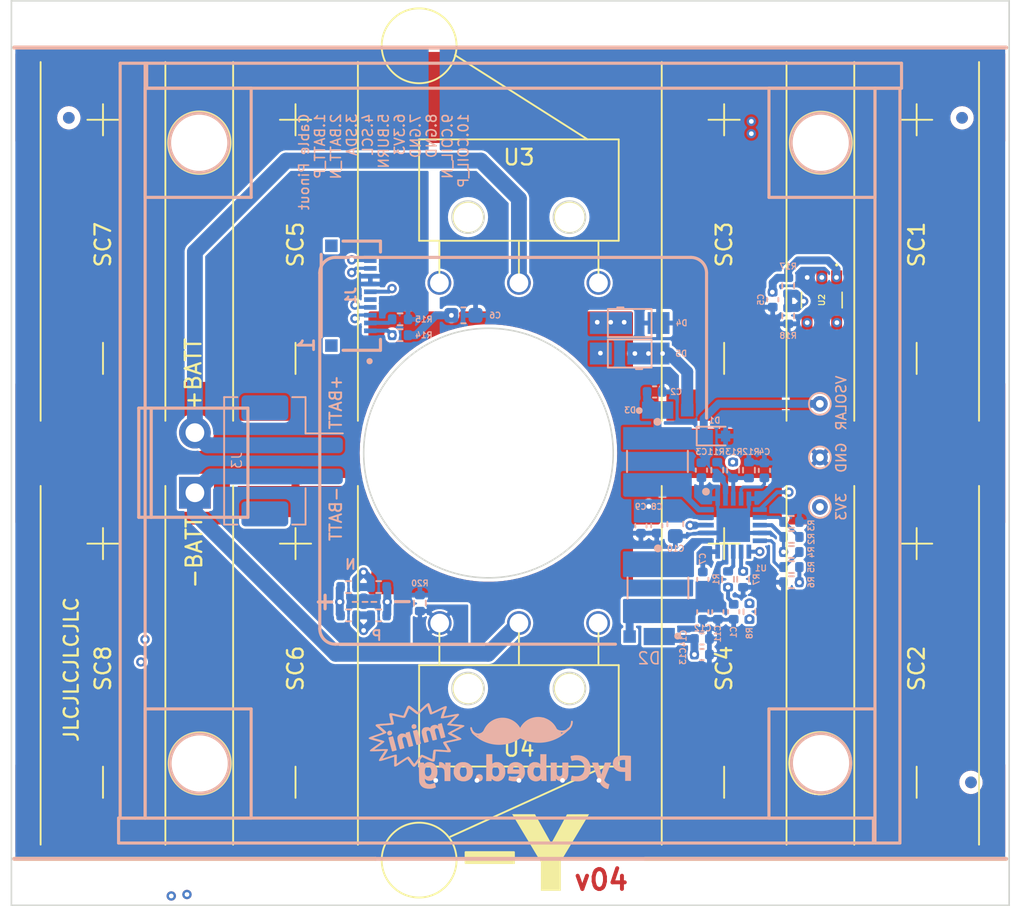
<source format=kicad_pcb>
(kicad_pcb (version 20211014) (generator pcbnew)
  (layers (0 "F.Cu" signal "Top") (1 "In1.Cu" signal) (2 "In2.Cu" signal) (3 "In3.Cu" signal) (4 "In4.Cu" signal) (31 "B.Cu" signal "Bottom") (34 "B.Paste" user) (35 "F.Paste" user) (36 "B.SilkS" user "B.Silkscreen") (37 "F.SilkS" user "F.Silkscreen") (38 "B.Mask" user) (39 "F.Mask" user) (44 "Edge.Cuts" user))
  (net 0 "")
  (net 1 "GND")
  (net 2 "VOUT_EN")
  (net 3 "VSOLAR")
  (net 4 "Net-(C4-Pad1)")
  (net 5 "+3V3")
  (net 6 "/VBAT")
  (net 7 "Net-(C10-Pad1)")
  (net 8 "SCL1")
  (net 9 "SDA1")
  (net 10 "COIL_N")
  (net 11 "BATT_N")
  (net 12 "BATT_P")
  (net 13 "Net-(L1-Pad2)")
  (net 14 "Net-(L2-Pad1)")
  (net 15 "VBAT_OK")
  (net 16 "Net-(R5-Pad1)")
  (net 17 "COIL_P")
  (net 18 "/coil")
  (net 19 "Net-(R2-Pad2)")
  (net 20 "Net-(R2-Pad1)")
  (net 21 "Net-(R4-Pad1)")
  (net 22 "Net-(R11-Pad1)")
  (net 23 "Net-(C11-Pad1)")
  (net 24 "/VSOLAR_FULL")
  (net 25 "Net-(R7-Pad2)")
  (net 26 "BURN1")
  (net 29 "Net-(D4-Pad1)")
  (net 30 "Net-(J2-Pad1)")
  (net 31 "Net-(J2-Pad2)")
  (net 32 "Net-(R17-Pad1)")
  (net 33 "Net-(R20-Pad1)")
  (footprint "solarpanels:KXOB25-05X3F" (layer "F.Cu") (at 130.92 40.3512 -90)
    (fp_text reference "SC1")
    (fp_text value "SolarCell_Small")
  )
  (footprint "solarpanels:KXOB25-05X3F" (layer "F.Cu") (at 130.92 67.5292 -90)
    (fp_text reference "SC2")
    (fp_text value "SolarCell_Small")
  )
  (footprint "solarpanels:KXOB25-05X3F" (layer "F.Cu") (at 91.0928 67.5292 -90)
    (fp_text reference "SC6")
    (fp_text value "SolarCell_Small")
  )
  (footprint "solarpanels:KXOB25-05X3F" (layer "F.Cu") (at 91.0928 40.3512 -90)
    (fp_text reference "SC5")
    (fp_text value "SolarCell_Small")
  )
  (footprint "solarpanels:KXOB25-05X3F" (layer "F.Cu") (at 118.5756 67.5292 -90)
    (fp_text reference "SC4")
    (fp_text value "SolarCell_Small")
  )
  (footprint "solarpanels:TSL2561" (layer "F.Cu") (at 124.841 54.61 -90)
    (fp_text reference "U2")
    (fp_text value "TSL2561" hide)
  )
  (footprint "Fiducial:Fiducial_0.75mm_Mask1.5mm" (layer "F.Cu") (at 76.5569 42.9252)
    (fp_text reference "REF**" hide)
    (fp_text value "Fiducial_0.75mm_Mask1.5mm")
  )
  (footprint "Fiducial:Fiducial_0.75mm_Mask1.5mm" (layer "F.Cu") (at 133.8309 42.9252)
    (fp_text reference "REF**" hide)
    (fp_text value "Fiducial_0.75mm_Mask1.5mm")
  )
  (footprint "Fiducial:Fiducial_0.75mm_Mask1.5mm" (layer "F.Cu") (at 134.4024 85.5362)
    (fp_text reference "REF**" hide)
    (fp_text value "Fiducial_0.75mm_Mask1.5mm")
  )
  (footprint "solarpanels:KXOB25-05X3F" (layer "F.Cu") (at 118.5756 40.3512 -90)
    (fp_text reference "SC3")
    (fp_text value "SolarCell_Small")
  )
  (footprint "solarpanels:D2F-L2" (layer "F.Cu") (at 105.418407 75.321211 180)
    (fp_text reference "U4")
    (fp_text value "SW_SPDT")
  )
  (footprint "MountingHole:MountingHole_2.2mm_M2_DIN965" (layer "F.Cu") (at 124.776408 84.321193)
    (fp_text reference "H3" hide)
    (fp_text value "MountingHole")
  )
  (footprint "solarpanels:KXOB25-05X3F" (layer "F.Cu") (at 78.7484 40.3512 -90)
    (fp_text reference "SC7")
    (fp_text value "SolarCell_Small")
  )
  (footprint "custom-footprints:ypanel" (layer "F.Cu") (at 124.498194 90.9607)
    (fp_text reference "Ref**" hide)
    (fp_text value "Val**" hide)
  )
  (footprint "solarpanels:D2F-L2-2" (layer "F.Cu") (at 105.4184 53.5084)
    (fp_text reference "U3")
    (fp_text value "SW_SPDT")
  )
  (footprint "solarpanels:KXOB25-05X3F" (layer "F.Cu") (at 78.7484 67.5292 -90)
    (fp_text reference "SC8")
    (fp_text value "SolarCell_Small")
  )
  (footprint "MountingHole:MountingHole_2.2mm_M2_DIN965" (layer "F.Cu") (at 84.949208 44.521196)
    (fp_text reference "H1" hide)
    (fp_text value "MountingHole")
  )
  (footprint "MountingHole:MountingHole_2.2mm_M2_DIN965" (layer "F.Cu") (at 84.951392 84.321193)
    (fp_text reference "H2" hide)
    (fp_text value "MountingHole")
  )
  (footprint "MountingHole:MountingHole_2.2mm_M2_DIN965" (layer "F.Cu") (at 124.771404 44.523685)
    (fp_text reference "H4" hide)
    (fp_text value "MountingHole")
  )
  (footprint "Resistor_SMD:R_0402_1005Metric" (layer "B.Cu") (at 94.49435 74.8284 180)
    (fp_text reference "R9" hide)
    (fp_text value "0")
  )
  (footprint "Resistor_SMD:R_0402_1005Metric" (layer "B.Cu") (at 96.42475 74.8284 180)
    (fp_text reference "R10" hide)
    (fp_text value "0")
  )
  (footprint "Resistor_SMD:R_0402_1005Metric" (layer "B.Cu") (at 94.49435 73.0123 180)
    (fp_text reference "R16" hide)
    (fp_text value "0")
  )
  (footprint "Resistor_SMD:R_0402_1005Metric" (layer "B.Cu") (at 96.42475 73.0123 180)
    (fp_text reference "R19" hide)
    (fp_text value "0")
  )
  (footprint "Resistor_SMD:R_0402_1005Metric" (layer "B.Cu") (at 122.682 55.626 90)
    (fp_text reference "R18")
    (fp_text value "0")
  )
  (footprint "Resistor_SMD:R_0402_1005Metric" (layer "B.Cu") (at 122.682 53.6956 90)
    (fp_text reference "R17")
    (fp_text value "0")
  )
  (footprint "Capacitor_SMD:C_0402_1005Metric" (layer "B.Cu") (at 121.6914 54.5846 90)
    (fp_text reference "C5")
    (fp_text value "0.1uF")
  )
  (footprint "Resistor_SMD:R_0402_1005Metric" (layer "B.Cu") (at 99.0684 74.041 90)
    (fp_text reference "R20")
    (fp_text value "0")
  )
  (footprint "solarpanels:SB Diode" (layer "B.Cu") (at 112.522 56.0832)
    (fp_text reference "D4")
    (fp_text value "SBDiode")
  )
  (footprint "solarpanels:SB Diode" (layer "B.Cu") (at 112.522 58.039 180)
    (fp_text reference "D5")
    (fp_text value "SBDiode")
  )
  (footprint "solarpanels:SCREWTERMINAL-3.5MM-2_LOCK" (layer "B.Cu") (at 84.641207 66.790062 90)
    (fp_text reference "J2" hide)
    (fp_text value "BATTERY CONNECTOR")
  )
  (footprint "Fiducial:Fiducial_0.75mm_Mask1.5mm" (layer "B.Cu") (at 134.4024 85.5362)
    (fp_text reference "REF**" hide)
    (fp_text value "Fiducial_0.75mm_Mask1.5mm")
  )
  (footprint "Fiducial:Fiducial_0.75mm_Mask1.5mm" (layer "B.Cu") (at 133.8309 42.9252)
    (fp_text reference "REF**" hide)
    (fp_text value "Fiducial_0.75mm_Mask1.5mm")
  )
  (footprint "Fiducial:Fiducial_0.75mm_Mask1.5mm" (layer "B.Cu") (at 76.5569 42.9252)
    (fp_text reference "REF**" hide)
    (fp_text value "Fiducial_0.75mm_Mask1.5mm")
  )
  (footprint "Resistor_SMD:R_0402_1005Metric" (layer "B.Cu") (at 119.1507 65.5167 -90)
    (fp_text reference "R13")
    (fp_text value "0")
  )
  (footprint "Capacitor_SMD:C_0402_1005Metric" (layer "B.Cu") (at 113.2396 69.08034 -90)
    (fp_text reference "C9")
    (fp_text value "0.1uF")
  )
  (footprint "Resistor_SMD:R_0402_1005Metric" (layer "B.Cu") (at 122.8884 70.766 180)
    (fp_text reference "R4")
    (fp_text value "374K")
  )
  (footprint "Capacitor_SMD:C_0402_1005Metric" (layer "B.Cu") (at 114.2556 69.0727 -90)
    (fp_text reference "C8")
    (fp_text value "4.7uF")
  )
  (footprint "TestPoint:TestPoint_THTPad_D1.0mm_Drill0.5mm" (layer "B.Cu") (at 124.714 61.2648 90)
    (fp_text reference "TP3" hide)
    (fp_text value "TP")
  )
  (footprint "Resistor_SMD:R_0402_1005Metric" (layer "B.Cu") (at 118.8276 72.516 -90)
    (fp_text reference "R1")
    (fp_text value "0")
  )
  (footprint "Resistor_SMD:R_0402_1005Metric" (layer "B.Cu") (at 119.7928 72.516 90)
    (fp_text reference "R7")
    (fp_text value "4.75M")
  )
  (footprint "Resistor_SMD:R_0402_1005Metric" (layer "B.Cu") (at 122.888172 72.70266)
    (fp_text reference "R6")
    (fp_text value "4.53M")
  )
  (footprint "Capacitor_SMD:C_0402_1005Metric" (layer "B.Cu") (at 121.158 65.532 90)
    (fp_text reference "C4")
    (fp_text value "10nF")
  )
  (footprint "TestPoint:TestPoint_THTPad_D1.0mm_Drill0.5mm" (layer "B.Cu") (at 124.716972 64.70166 180)
    (fp_text reference "TP2" hide)
    (fp_text value "TP")
  )
  (footprint "solarpanels:MICROSMP" (layer "B.Cu") (at 113.7659 76.1847 180)
    (fp_text reference "D2")
    (fp_text value "MSS1P4-M3_89A" hide)
  )
  (footprint "Resistor_SMD:R_0402_1005Metric" (layer "B.Cu") (at 118.1347 65.5167 -90)
    (fp_text reference "R11")
    (fp_text value "0")
  )
  (footprint "Capacitor_SMD:C_0402_1005Metric" (layer "B.Cu") (at 117.1187 65.5167 -90)
    (fp_text reference "C3")
    (fp_text value "4.7uF")
  )
  (footprint "Capacitor_SMD:C_0603_1608Metric" (layer "B.Cu") (at 115.4468 68.9714 -90)
    (fp_text reference "C10")
    (fp_text value "100uF")
  )
  (footprint "Resistor_SMD:R_0402_1005Metric" (layer "B.Cu") (at 122.8936 69.8008 180)
    (fp_text reference "R2")
    (fp_text value "7.32M")
  )
  (footprint "Capacitor_SMD:C_0402_1005Metric" (layer "B.Cu") (at 117.2076 72.5271 90)
    (fp_text reference "C7")
    (fp_text value "22uF")
  )
  (footprint "solarpanels:QFN50P350X350X100-21N-D" (layer "B.Cu") (at 119.161644 69.04506 -90)
    (fp_text reference "U1")
    (fp_text value "Value" hide)
  )
  (footprint "Resistor_SMD:R_0402_1005Metric" (layer "B.Cu") (at 120.1667 65.5167 -90)
    (fp_text reference "R12")
    (fp_text value "0")
  )
  (footprint "Capacitor_SMD:C_0402_1005Metric" (layer "B.Cu") (at 119.1888 74.5988 -90)
    (fp_text reference "C1")
    (fp_text value "1.0uF")
  )
  (footprint "Diode_SMD:D_SOD-523" (layer "B.Cu") (at 117.9696 63.3323)
    (fp_text reference "D1")
    (fp_text value "SDM20U40-7")
  )
  (footprint "Resistor_SMD:R_0402_1005Metric" (layer "B.Cu") (at 122.8884 68.8356 180)
    (fp_text reference "R3")
    (fp_text value "5.62M")
  )
  (footprint "solarpanels:LPS4018" (layer "B.Cu") (at 114.2993 64.9579 -90)
    (fp_text reference "L1" hide)
    (fp_text value "22uH-LPS4018-223MR" hide)
  )
  (footprint "Connector_JST:JST_PH_B2B-PH-SM4-TB_1x02-1MP_P2.00mm_Vertical" (layer "B.Cu") (at 90.876399 64.921206 -90)
    (fp_text reference "J3")
    (fp_text value "B2B-PH-SM4-TB_LF__SN_")
  )
  (footprint "solarpanels:LPS4018" (layer "B.Cu") (at 114.33232 73.0744 -90)
    (fp_text reference "L2" hide)
    (fp_text value "10uH-LPS4018-103MR" hide)
  )
  (footprint "TestPoint:TestPoint_THTPad_D1.0mm_Drill0.5mm" (layer "B.Cu") (at 124.716972 67.87666 180)
    (fp_text reference "TP1" hide)
    (fp_text value "TP")
  )
  (footprint "Capacitor_SMD:C_0402_1005Metric" (layer "B.Cu") (at 114.1172 60.5028)
    (fp_text reference "C2")
    (fp_text value "0.1uF")
  )
  (footprint "Resistor_SMD:R_0402_1005Metric" (layer "B.Cu") (at 122.8884 71.7312 180)
    (fp_text reference "R5")
    (fp_text value "8.25M")
  )
  (footprint "Resistor_SMD:R_0402_1005Metric" (layer "B.Cu") (at 120.1992 74.5988 -90)
    (fp_text reference "R8")
    (fp_text value "8.25M")
  )
  (footprint "Capacitor_SMD:C_0402_1005Metric" (layer "B.Cu") (at 117.1512 77.342)
    (fp_text reference "C13")
    (fp_text value "0.1uF")
  )
  (footprint "Capacitor_SMD:C_0402_1005Metric" (layer "B.Cu") (at 118.1728 74.5988 -90)
    (fp_text reference "C11")
    (fp_text value "0.1uF")
  )
  (footprint "custom-footprints:pycubed_mini_logo" (layer "B.Cu") (at 97.398809 82.693748 180)
    (fp_text reference "Ref**" hide)
    (fp_text value "Val**" hide)
  )
  (footprint "Resistor_SMD:R_0402_1005Metric" (layer "B.Cu") (at 97.7984 55.8452)
    (fp_text reference "R15")
    (fp_text value "0")
  )
  (footprint "Resistor_SMD:R_0402_1005Metric" (layer "B.Cu") (at 97.7984 56.8612)
    (fp_text reference "R14")
    (fp_text value "0")
  )
  (footprint "solarpanels:GCT_FFC2B28-10-G" (layer "B.Cu") (at 94.6404 54.3306 90)
    (fp_text reference "J1")
    (fp_text value "FFC2B28-10-G")
  )
  (footprint "Capacitor_SMD:C_0402_1005Metric" (layer "B.Cu") (at 117.2076 74.5988 -90)
    (fp_text reference "C12")
    (fp_text value "100uF")
  )
  (footprint "Capacitor_SMD:C_0402_1005Metric" (layer "B.Cu") (at 117.1512 76.3371)
    (fp_text reference "C14")
    (fp_text value "100uF")
  )
  (footprint "solarpanels:MICROSMP" (layer "B.Cu") (at 114.9604 61.6712)
    (fp_text reference "D3")
    (fp_text value "MSS1P4-M3_89A" hide)
  )
  (footprint "Capacitor_SMD:C_0603_1608Metric" (layer "B.Cu") (at 101.8624 55.5912)
    (fp_text reference "C6")
    (fp_text value "100uF")
  )
  (gr_arc (start 103.207259 82.237862) (mid 104.345014 81.451818) (end 105.5116 82.1944) (layer "B.SilkS") (width 0.12))
  (gr_line (start 95.3897 73.9648) (end 95.7072 73.9648) (layer "B.SilkS") (width 0.12))
  (gr_line (start 95.0722 73.9648) (end 94.7547 73.9648) (layer "B.SilkS") (width 0.12))
  (gr_line (start 96.2787 73.9648) (end 95.9612 73.9648) (layer "B.SilkS") (width 0.12))
  (gr_line (start 73.0588 38.4208) (end 136.6604 38.4208) (layer "B.SilkS") (width 0.254))
  (gr_line (start 73.0588 90.44) (end 96.2236 90.44) (layer "B.SilkS") (width 0.254))
  (gr_line (start 121.4502 41.0262) (end 121.4502 48.0262) (layer "B.SilkS") (width 0.2))
  (gr_line (start 81.4502 87.8262) (end 81.4502 39.4262) (layer "B.SilkS") (width 0.2))
  (gr_line (start 128.2502 41.0262) (end 121.4502 41.0262) (layer "B.SilkS") (width 0.2))
  (gr_line (start 81.448 87.8262) (end 88.248 87.8262) (layer "B.SilkS") (width 0.2))
  (gr_line (start 81.4502 39.4262) (end 79.8502 39.4262) (layer "B.SilkS") (width 0.2))
  (gr_line (start 128.148 87.8262) (end 79.748 87.8262) (layer "B.SilkS") (width 0.2))
  (gr_line (start 88.248 80.8262) (end 81.448 80.8262) (layer "B.SilkS") (width 0.2))
  (gr_line (start 88.2502 41.0262) (end 81.4502 41.0262) (layer "B.SilkS") (width 0.2))
  (gr_circle (center 84.948 84.3262) (end 86.848 84.3262) (layer "B.SilkS") (width 0.2) (fill none))
  (gr_circle (center 84.9172 44.5262) (end 86.8172 44.5262) (layer "B.SilkS") (width 0.2) (fill none))
  (gr_line (start 129.848 89.4262) (end 129.848 41.0262) (layer "B.SilkS") (width 0.2))
  (gr_line (start 96.2236 90.44) (end 136.6604 90.44) (layer "B.SilkS") (width 0.254))
  (gr_line (start 121.448 87.8262) (end 128.248 87.8262) (layer "B.SilkS") (width 0.2))
  (gr_line (start 79.748 89.4262) (end 128.148 89.4262) (layer "B.SilkS") (width 0.2))
  (gr_line (start 88.2502 48.0262) (end 88.2502 41.0262) (layer "B.SilkS") (width 0.2))
  (gr_line (start 111.6076 76.6762) (end 93.648 76.6762) (layer "B.SilkS") (width 0.2))
  (gr_arc (start 92.648 52.8762) (mid 92.940893 52.169093) (end 93.648 51.8762) (layer "B.SilkS") (width 0.2))
  (gr_line (start 81.5502 41.0262) (end 129.9502 41.0262) (layer "B.SilkS") (width 0.2))
  (gr_line (start 117.448 52.8762) (end 117.4496 62.1792) (layer "B.SilkS") (width 0.2))
  (gr_line (start 129.9502 39.4262) (end 81.5502 39.4262) (layer "B.SilkS") (width 0.2))
  (gr_arc (start 108.59693 82.092756) (mid 107.172778 82.894188) (end 105.554201 82.668999) (layer "B.SilkS") (width 0.12))
  (gr_line (start 121.4502 48.0262) (end 128.2502 48.0262) (layer "B.SilkS") (width 0.2))
  (gr_circle (center 124.7902 84.3026) (end 126.6902 84.3026) (layer "B.SilkS") (width 0.2) (fill none))
  (gr_line (start 93.648 51.8762) (end 116.448 51.8762) (layer "B.SilkS") (width 0.2))
  (gr_line (start 128.248 41.0262) (end 128.248 89.4262) (layer "B.SilkS") (width 0.2))
  (gr_line (start 81.4502 48.0262) (end 88.2502 48.0262) (layer "B.SilkS") (width 0.2))
  (gr_arc (start 105.493259 82.187461) (mid 106.631014 81.401417) (end 107.7976 82.143999) (layer "B.SilkS") (width 0.12))
  (gr_line (start 81.448 80.8262) (end 81.448 87.8262) (layer "B.SilkS") (width 0.2))
  (gr_line (start 128.148 89.4262) (end 128.148 87.8262) (layer "B.SilkS") (width 0.2))
  (gr_line (start 129.848 41.0262) (end 128.248 41.0262) (layer "B.SilkS") (width 0.2))
  (gr_line (start 79.8502 87.8262) (end 81.4502 87.8262) (layer "B.SilkS") (width 0.2))
  (gr_line (start 79.748 87.8262) (end 79.748 89.4262) (layer "B.SilkS") (width 0.2))
  (gr_line (start 88.248 87.8262) (end 88.248 80.8262) (layer "B.SilkS") (width 0.2))
  (gr_arc (start 108.814201 81.643999) (mid 108.463182 82.21196) (end 107.798201 82.151999) (layer "B.SilkS") (width 0.12))
  (gr_circle (center 124.7698 44.5262) (end 126.6698 44.5262) (layer "B.SilkS") (width 0.2) (fill none))
  (gr_line (start 121.448 80.8262) (end 121.448 87.8262) (layer "B.SilkS") (width 0.2))
  (gr_arc (start 103.200201 82.245199) (mid 102.707941 82.449914) (end 102.352913 82.052191) (layer "B.SilkS") (width 0.12))
  (gr_line (start 81.5502 39.4262) (end 81.5502 41.0262) (layer "B.SilkS") (width 0.2))
  (gr_line (start 92.648 75.6762) (end 92.648 52.8762) (layer "B.SilkS") (width 0.2))
  (gr_arc (start 93.648 76.6762) (mid 92.940893 76.383307) (end 92.648 75.6762) (layer "B.SilkS") (width 0.2))
  (gr_line (start 81.4502 41.0262) (end 81.4502 48.0262) (layer "B.SilkS") (width 0.2))
  (gr_line (start 79.8502 39.4262) (end 79.8502 87.8262) (layer "B.SilkS") (width 0.2))
  (gr_line (start 128.248 89.4262) (end 129.848 89.4262) (layer "B.SilkS") (width 0.2))
  (gr_line (start 128.248 80.8262) (end 121.448 80.8262) (layer "B.SilkS") (width 0.2))
  (gr_arc (start 105.486201 82.651599) (mid 103.902816 83.056493) (end 102.442455 82.322741) (layer "B.SilkS") (width 0.12))
  (gr_arc (start 116.448 51.8762) (mid 117.155107 52.169093) (end 117.448 52.8762) (layer "B.SilkS") (width 0.2))
  (gr_line (start 129.9502 41.0262) (end 129.9502 39.4262) (layer "B.SilkS") (width 0.2))
  (gr_line (start 128.248 87.8262) (end 128.248 80.8262) (layer "B.SilkS") (width 0.2))
  (gr_line (start 128.2502 48.0262) (end 128.2502 41.0262) (layer "B.SilkS") (width 0.2))
  (gr_line (start 73.0588 38.4208) (end 136.6604 38.4208) (layer "F.SilkS") (width 0.254))
  (gr_circle (center 124.7394 84.3026) (end 126.7394 84.3026) (layer "F.SilkS") (width 0.1) (fill none))
  (gr_circle (center 124.7764 44.5212) (end 126.7764 44.5212) (layer "F.SilkS") (width 0.1) (fill none))
  (gr_circle (center 84.9264 44.5212) (end 86.9264 44.5212) (layer "F.SilkS") (width 0.12) (fill none))
  (gr_line (start 113.4956 90.44) (end 136.6604 90.44) (layer "F.SilkS") (width 0.254))
  (gr_line (start 73.0588 90.44) (end 96.2236 90.44) (layer "F.SilkS") (width 0.254))
  (gr_circle (center 84.9514 84.3212) (end 86.9514 84.3212) (layer "F.SilkS") (width 0.1) (fill none))
  (gr_circle (center 108.656036 79.518) (end 107.626472 79.518) (layer "Edge.Cuts") (width 0.1) (fill none))
  (gr_line (start 72.8764 93.4212) (end 136.8514 93.4212) (layer "Edge.Cuts") (width 0.1))
  (gr_line (start 72.8764 35.4212) (end 72.8764 93.4212) (layer "Edge.Cuts") (width 0.1))
  (gr_circle (center 108.656036 49.292) (end 107.626472 49.292) (layer "Edge.Cuts") (width 0.1) (fill none))
  (gr_circle (center 103.4634 64.421201) (end 95.4634 64.421201) (layer "Edge.Cuts") (width 0.1) (fill none))
  (gr_line (start 136.8514 35.4212) (end 136.8514 93.4212) (layer "Edge.Cuts") (width 0.1))
  (gr_circle (center 102.153636 49.292) (end 101.124072 49.292) (layer "Edge.Cuts") (width 0.1) (fill none))
  (gr_line (start 136.8514 35.4212) (end 72.8764 35.4212) (layer "Edge.Cuts") (width 0.1))
  (gr_circle (center 102.153636 79.518) (end 101.124072 79.518) (layer "Edge.Cuts") (width 0.1) (fill none))
  (gr_text "v04" (at 110.6932 91.7956) (layer "F.Cu") (effects (font (size 1.27 1.27) (thickness 0.254))))
  (gr_text "+BATT" (at 93.6752 61.1632 90) (layer "B.SilkS") (effects (font (size 0.75 0.75) (thickness 0.125)) (justify mirror)))
  (gr_text "+" (at 92.9894 73.8886) (layer "B.SilkS") (effects (font (size 1.143 1.143) (thickness 0.2032)) (justify mirror)))
  (gr_text "N" (at 94.615 71.501 180) (layer "B.SilkS") (effects (font (size 0.635 0.635) (thickness 0.127)) (justify mirror)))
  (gr_text "P" (at 96.2914 76.1238) (layer "B.SilkS") (effects (font (size 0.635 0.635) (thickness 0.127)) (justify mirror)))
  (gr_text "-" (at 97.9424 73.8632) (layer "B.SilkS") (effects (font (size 1.143 1.143) (thickness 0.2032)) (justify mirror)))
  (gr_text "3V3" (at 126.0856 67.8688 90) (layer "B.SilkS") (effects (font (size 0.635 0.635) (thickness 0.1016)) (justify mirror)))
  (gr_text "GND" (at 126.0856 64.7192 90) (layer "B.SilkS") (effects (font (size 0.635 0.635) (thickness 0.1016)) (justify mirror)))
  (gr_text "VSOLAR" (at 126.0856 61.214 90) (layer "B.SilkS") (effects (font (size 0.635 0.635) (thickness 0.1016)) (justify mirror)))
  (gr_text "1" (at 91.7956 57.5056 90) (layer "B.SilkS") (effects (font (size 1 1) (thickness 0.1778)) (justify mirror)))
  (gr_text "-BATT\n" (at 93.6752 68.326 90) (layer "B.SilkS") (effects (font (size 0.75 0.75) (thickness 0.125)) (justify mirror)))
  (gr_text "Cable Pinout\n1.BATT_P\n2.BATT_N\n3.SDA\n4.SCL\n5.BURN\n6.3V3\n7.GND\n8.GND\n9.COIL_N\n10.COIL_P" (at 96.7486 42.5958 90) (layer "B.SilkS") (effects (font (size 0.635 0.635) (thickness 0.1016)) (justify left mirror)))
  (gr_text "+BATT" (at 84.5396 59.3504 90) (layer "F.SilkS") (effects (font (size 1 1))))
  (gr_text "-BATT\n" (at 84.5904 70.7804 90) (layer "F.SilkS") (effects (font (size 1 1))))
  (gr_text "JLCJLCJLCJLC" (at 76.7164 78.2988 90) (layer "F.SilkS") (effects (font (size 0.9 0.9))))
  (via (at 100.0844 85.4108) (size 0.6) (drill 0.3) (layers "F.Cu" "B.Cu") (net 1))
  (via (at 108.2124 85.4108) (size 0.6) (drill 0.3) (layers "F.Cu" "B.Cu") (net 1))
  (via (at 123.9012 53.1622) (size 0.6) (drill 0.3) (layers "F.Cu" "B.Cu") (net 1))
  (via (at 102.726 85.4108) (size 0.6) (drill 0.3) (layers "F.Cu" "B.Cu") (net 1))
  (via (at 110.5492 85.4108) (size 0.6) (drill 0.3) (layers "F.Cu" "B.Cu") (net 1))
  (via (at 105.4184 85.4108) (size 0.6) (drill 0.3) (layers "F.Cu" "B.Cu") (net 1))
  (segment (start 117.461644 69.54506) (end 118.31496 69.54506) (width 0.29972) (layer "B.Cu") (net 1))
  (segment (start 120.158133 67.348571) (end 120.158133 68.048571) (width 0.2032) (layer "B.Cu") (net 1))
  (segment (start 120.158133 68.048571) (end 119.161644 69.04506) (width 0.2032) (layer "B.Cu") (net 1))
  (segment (start 118.165155 68.048571) (end 119.161644 69.04506) (width 0.2032) (layer "B.Cu") (net 1))
  (segment (start 118.165155 70.041549) (end 119.161644 69.04506) (width 0.2032) (layer "B.Cu") (net 1))
  (segment (start 118.165155 70.741549) (end 118.165155 70.041549) (width 0.2032) (layer "B.Cu") (net 1))
  (segment (start 118.165155 67.348571) (end 118.165155 68.048571) (width 0.2032) (layer "B.Cu") (net 1))
  (segment (start 120.861644 69.54506) (end 119.661644 69.54506) (width 0.254) (layer "B.Cu") (net 1))
  (via (at 122.727502 66.929) (size 0.6) (drill 0.3) (layers "F.Cu" "B.Cu") (net 2))
  (via (at 118.8276 73.026) (size 0.6) (drill 0.3) (layers "F.Cu" "B.Cu") (net 2))
  (segment (start 121.977704 66.929) (end 120.861644 68.04506) (width 0.254) (layer "B.Cu") (net 2))
  (segment (start 118.8276 73.026) (end 118.8276 73.7179) (width 0.254) (layer "B.Cu") (net 2))
  (segment (start 122.727502 66.929) (end 121.977704 66.929) (width 0.254) (layer "B.Cu") (net 2))
  (segment (start 118.8276 73.7179) (end 119.1888 74.0791) (width 0.254) (layer "B.Cu") (net 2))
  (segment (start 117.2696 62.2068) (end 118.2116 61.2648) (width 0.508) (layer "B.Cu") (net 3))
  (segment (start 113.6372 60.998) (end 113.6372 60.5028) (width 0.508) (layer "B.Cu") (net 3))
  (segment (start 114.3104 61.6712) (end 113.6372 60.998) (width 0.508) (layer "B.Cu") (net 3))
  (segment (start 114.2993 63.47835) (end 114.2993 61.6823) (width 0.508) (layer "B.Cu") (net 3))
  (segment (start 118.2116 61.2648) (end 124.714 61.2648) (width 0.508) (layer "B.Cu") (net 3))
  (segment (start 117.2696 63.3323) (end 117.2696 62.2068) (width 0.508) (layer "B.Cu") (net 3))
  (segment (start 120.9802 66.5988) (end 121.158 66.421) (width 0.2032) (layer "B.Cu") (net 4))
  (segment (start 119.661644 66.738038) (end 119.800882 66.5988) (width 0.2032) (layer "B.Cu") (net 4))
  (segment (start 119.661644 67.34506) (end 119.661644 66.738038) (width 0.2032) (layer "B.Cu") (net 4))
  (segment (start 119.800882 66.5988) (end 120.9802 66.5988) (width 0.2032) (layer "B.Cu") (net 4))
  (segment (start 121.158 66.421) (end 121.158 66.012) (width 0.2032) (layer "B.Cu") (net 4))
  (via (at 116.6712 77.342) (size 0.6) (drill 0.3) (layers "F.Cu" "B.Cu") (net 5))
  (via (at 121.666 54.102) (size 0.6) (drill 0.3) (layers "F.Cu" "B.Cu") (net 5))
  (via (at 125.7808 53.1622) (size 0.6) (drill 0.3) (layers "F.Cu" "B.Cu") (net 5))
  (via (at 97.282 53.8734) (size 0.6) (drill 0.3) (layers "F.Cu" "B.Cu") (net 5))
  (segment (start 97.0825 54.0729) (end 97.282 53.8734) (width 0.254) (layer "B.Cu") (net 5))
  (segment (start 122.682 53.1856) (end 122.682 52.705) (width 0.508) (layer "B.Cu") (net 5))
  (segment (start 116.6712 77.342) (end 116.6712 76.3371) (width 0.508) (layer "B.Cu") (net 5))
  (segment (start 121.6914 53.4924) (end 121.9982 53.1856) (width 0.508) (layer "B.Cu") (net 5))
  (segment (start 95.8904 54.0729) (end 97.0825 54.0729) (width 0.254) (layer "B.Cu") (net 5))
  (segment (start 125.222 52.07) (end 125.7808 52.6288) (width 0.508) (layer "B.Cu") (net 5))
  (segment (start 121.9982 53.1856) (end 122.682 53.1856) (width 0.508) (layer "B.Cu") (net 5))
  (segment (start 122.682 52.705) (end 123.317 52.07) (width 0.508) (layer "B.Cu") (net 5))
  (segment (start 121.6914 54.1046) (end 121.6914 53.4924) (width 0.508) (layer "B.Cu") (net 5))
  (segment (start 123.317 52.07) (end 125.222 52.07) (width 0.508) (layer "B.Cu") (net 5))
  (segment (start 125.7808 52.6288) (end 125.7808 53.1622) (width 0.508) (layer "B.Cu") (net 5))
  (segment (start 116.6712 76.3371) (end 114.5683 76.3371) (width 0.508) (layer "B.Cu") (net 5))
  (via (at 116.3892 69.0616) (size 0.6) (drill 0.3) (layers "F.Cu" "B.Cu") (net 6))
  (via (at 101.0874 55.5912) (size 0.6) (drill 0.3) (layers "F.Cu" "B.Cu") (net 6))
  (segment (start 117.461644 69.04506) (end 116.7323 69.04506) (width 0.29972) (layer "B.Cu") (net 6))
  (segment (start 116.7323 69.04506) (end 116.7123 69.06506) (width 0.29972) (layer "B.Cu") (net 6))
  (segment (start 100.0844 55.5912) (end 101.0874 55.5912) (width 0.508) (layer "B.Cu") (net 6))
  (segment (start 98.8144 56.8612) (end 100.0844 55.5912) (width 0.508) (layer "B.Cu") (net 6))
  (segment (start 98.3084 56.8612) (end 98.8144 56.8612) (width 0.508) (layer "B.Cu") (net 6))
  (segment (start 116.3892 69.0616) (end 116.39266 69.06506) (width 0.508) (layer "B.Cu") (net 6))
  (segment (start 116.39266 69.06506) (end 116.7123 69.06506) (width 0.508) (layer "B.Cu") (net 6))
  (via (at 113.7412 67.8434) (size 0.6) (drill 0.3) (layers "F.Cu" "B.Cu") (net 7))
  (via (at 119.1324 64.9976) (size 0.6) (drill 0.3) (layers "F.Cu" "B.Cu") (net 7))
  (via (at 123.9012 56.0578) (size 0.6) (drill 0.3) (layers "F.Cu" "B.Cu") (net 8))
  (via (at 94.9028 54.9308) (size 0.6) (drill 0.3) (layers "F.Cu" "B.Cu") (net 8))
  (segment (start 95.8904 55.0729) (end 95.0449 55.0729) (width 0.2032) (layer "B.Cu") (net 8))
  (segment (start 95.0449 55.0729) (end 94.9028 54.9308) (width 0.2032) (layer "B.Cu") (net 8))
  (via (at 125.8062 56.0578) (size 0.6) (drill 0.3) (layers "F.Cu" "B.Cu") (net 9))
  (via (at 94.9028 55.7944) (size 0.6) (drill 0.3) (layers "F.Cu" "B.Cu") (net 9))
  (segment (start 95.8904 55.5729) (end 95.1243 55.5729) (width 0.2032) (layer "B.Cu") (net 9))
  (segment (start 95.1243 55.5729) (end 94.9028 55.7944) (width 0.2032) (layer "B.Cu") (net 9))
  (via (at 94.6996 52.848) (size 0.6) (drill 0.3) (layers "F.Cu" "B.Cu") (net 10))
  (via (at 95.4532 72.0598) (size 0.6) (drill 0.3) (layers "F.Cu" "B.Cu") (net 10))
  (segment (start 94.9747 52.5729) (end 94.6996 52.848) (width 0.2032) (layer "B.Cu") (net 10))
  (segment (start 95.91475 72.52135) (end 95.4532 72.0598) (width 0.508) (layer "B.Cu") (net 10))
  (segment (start 94.97935 73.0123) (end 95.93975 73.0123) (width 0.508) (layer "B.Cu") (net 10))
  (segment (start 95.8904 52.5729) (end 94.9747 52.5729) (width 0.2032) (layer "B.Cu") (net 10))
  (segment (start 94.97935 72.53365) (end 94.97935 73.0123) (width 0.508) (layer "B.Cu") (net 10))
  (segment (start 95.4532 72.0598) (end 94.97935 72.53365) (width 0.508) (layer "B.Cu") (net 10))
  (segment (start 95.91475 73.0123) (end 95.91475 72.52135) (width 0.508) (layer "B.Cu") (net 10))
  (segment (start 95.8904 56.0729) (end 97.0607 56.0729) (width 0.254) (layer "B.Cu") (net 11))
  (segment (start 97.0607 56.0729) (end 97.2884 55.8452) (width 0.254) (layer "B.Cu") (net 11))
  (via (at 97.2884 56.8612) (size 0.6) (drill 0.3) (layers "F.Cu" "B.Cu") (net 12))
  (segment (start 95.8904 56.5729) (end 97.0001 56.5729) (width 0.254) (layer "B.Cu") (net 12))
  (segment (start 97.0001 56.5729) (end 97.2884 56.8612) (width 0.254) (layer "B.Cu") (net 12))
  (segment (start 119.161644 70.74506) (end 119.161644 71.671956) (width 0.254) (layer "B.Cu") (net 15))
  (segment (start 119.161644 71.671956) (end 118.8276 72.006) (width 0.254) (layer "B.Cu") (net 15))
  (via (at 123.3996 72.7192) (size 0.6) (drill 0.3) (layers "F.Cu" "B.Cu") (net 16))
  (via (at 120.8596 70.738) (size 0.6) (drill 0.3) (layers "F.Cu" "B.Cu") (net 16))
  (segment (start 120.8596 70.738) (end 120.85254 70.74506) (width 0.254) (layer "B.Cu") (net 16))
  (segment (start 123.3996 72.7192) (end 123.3996 71.7324) (width 0.254) (layer "B.Cu") (net 16))
  (segment (start 120.85254 70.74506) (end 120.161644 70.74506) (width 0.254) (layer "B.Cu") (net 16))
  (segment (start 123.3984 71.7312) (end 123.3984 72.7184) (width 0.2032) (layer "B.Cu") (net 16))
  (via (at 95.45955 75.7936) (size 0.6) (drill 0.3) (layers "F.Cu" "B.Cu") (net 17))
  (via (at 94.6996 52.0352) (size 0.6) (drill 0.3) (layers "F.Cu" "B.Cu") (net 17))
  (segment (start 95.8904 52.0729) (end 94.7373 52.0729) (width 0.2032) (layer "B.Cu") (net 17))
  (segment (start 95.93975 74.8284) (end 95.93975 75.3134) (width 0.508) (layer "B.Cu") (net 17))
  (segment (start 94.97935 74.8284) (end 94.97935 75.3134) (width 0.508) (layer "B.Cu") (net 17))
  (segment (start 94.7373 52.0729) (end 94.6996 52.0352) (width 0.2032) (layer "B.Cu") (net 17))
  (segment (start 95.93975 74.8284) (end 94.97935 74.8284) (width 0.508) (layer "B.Cu") (net 17))
  (segment (start 95.93975 75.3134) (end 95.45955 75.7936) (width 0.508) (layer "B.Cu") (net 17))
  (segment (start 94.97935 75.3134) (end 95.45955 75.7936) (width 0.508) (layer "B.Cu") (net 17))
  (via (at 83.1264 92.8212) (size 0.6) (drill 0.3) (layers "F.Cu" "B.Cu") (net 18))
  (via (at 84.1332 92.726) (size 0.6) (drill 0.3) (layers "F.Cu" "B.Cu") (net 18))
  (via (at 81.1764 77.8162) (size 0.6) (drill 0.3) (layers "F.Cu" "B.Cu") (net 18))
  (via (at 96.9772 73.9648) (size 0.6) (drill 0.3) (layers "F.Cu" "B.Cu") (net 18))
  (via (at 81.4408 76.3684) (size 0.6) (drill 0.3) (layers "F.Cu" "B.Cu") (net 18))
  (via (at 93.9292 73.9648) (size 0.6) (drill 0.3) (layers "F.Cu" "B.Cu") (net 18))
  (segment (start 93.9292 73.09245) (end 93.9292 74.74825) (width 0.508) (layer "B.Cu") (net 18))
  (segment (start 96.9772 74.76095) (end 96.9772 73.07975) (width 0.508) (layer "B.Cu") (net 18))
  (segment (start 93.9292 74.74825) (end 94.00935 74.8284) (width 0.508) (layer "B.Cu") (net 18))
  (segment (start 96.9772 73.07975) (end 96.90975 73.0123) (width 0.508) (layer "B.Cu") (net 18))
  (segment (start 94.00935 73.0123) (end 93.9292 73.09245) (width 0.508) (layer "B.Cu") (net 18))
  (segment (start 96.90975 74.8284) (end 96.9772 74.76095) (width 0.508) (layer "B.Cu") (net 18))
  (via (at 120.1992 75.056) (size 0.6) (drill 0.3) (layers "F.Cu" "B.Cu") (net 19))
  (via (at 122.3836 70.7608) (size 0.6) (drill 0.3) (layers "F.Cu" "B.Cu") (net 19))
  (segment (start 121.62786 69.04506) (end 122.3836 69.8008) (width 0.254) (layer "B.Cu") (net 19))
  (segment (start 120.861644 69.04506) (end 121.62786 69.04506) (width 0.254) (layer "B.Cu") (net 19))
  (segment (start 122.3836 69.8008) (end 122.3836 70.7608) (width 0.2032) (layer "B.Cu") (net 19))
  (segment (start 122.08786 68.54506) (end 122.3784 68.8356) (width 0.2032) (layer "B.Cu") (net 20))
  (segment (start 120.861644 68.54506) (end 122.08786 68.54506) (width 0.2032) (layer "B.Cu") (net 20))
  (segment (start 122.4384 68.8356) (end 123.4036 69.8008) (width 0.2032) (layer "B.Cu") (net 20))
  (segment (start 121.774 71.3984) (end 121.774 70.23) (width 0.2032) (layer "B.Cu") (net 21))
  (segment (start 121.774 70.23) (end 121.58906 70.04506) (width 0.2032) (layer "B.Cu") (net 21))
  (segment (start 121.58906 70.04506) (end 120.861644 70.04506) (width 0.2032) (layer "B.Cu") (net 21))
  (segment (start 122.3784 71.7312) (end 122.1068 71.7312) (width 0.2032) (layer "B.Cu") (net 21))
  (segment (start 122.1068 71.7312) (end 121.774 71.3984) (width 0.2032) (layer "B.Cu") (net 21))
  (segment (start 122.4332 71.7312) (end 123.3984 70.766) (width 0.2032) (layer "B.Cu") (net 21))
  (segment (start 119.1507 66.0267) (end 120.1667 66.0267) (width 0.254) (layer "B.Cu") (net 22))
  (segment (start 119.161644 67.34506) (end 119.161644 66.037644) (width 0.254) (layer "B.Cu") (net 22))
  (segment (start 119.1507 66.0227) (end 118.1347 65.0067) (width 0.254) (layer "B.Cu") (net 22))
  (segment (start 113.08125 74.55395) (end 112.5159 75.1193) (width 0.508) (layer "B.Cu") (net 23))
  (segment (start 112.5159 75.1193) (end 112.5159 76.1847) (width 0.508) (layer "B.Cu") (net 23))
  (via (at 113.722 58.039) (size 0.6) (drill 0.3) (layers "F.Cu" "B.Cu") (net 24))
  (via (at 120.3198 43.1546) (size 0.6) (drill 0.3) (layers "F.Cu" "B.Cu") (net 24))
  (via (at 120.3198 43.942) (size 0.6) (drill 0.3) (layers "F.Cu" "B.Cu") (net 24))
  (via (at 112.8522 58.039) (size 0.6) (drill 0.3) (layers "F.Cu" "B.Cu") (net 24))
  (via (at 114.6302 58.039) (size 0.6) (drill 0.3) (layers "F.Cu" "B.Cu") (net 24))
  (segment (start 115.0366 58.039) (end 114.6302 58.039) (width 0.762) (layer "B.Cu") (net 24))
  (segment (start 116.2104 59.2128) (end 115.0366 58.039) (width 0.762) (layer "B.Cu") (net 24))
  (segment (start 116.2104 61.6712) (end 116.2104 59.2128) (width 0.762) (layer "B.Cu") (net 24))
  (via (at 120.1992 74.04) (size 0.6) (drill 0.3) (layers "F.Cu" "B.Cu") (net 25))
  (via (at 119.7928 72.006) (size 0.6) (drill 0.3) (layers "F.Cu" "B.Cu") (net 25))
  (segment (start 119.661644 70.74506) (end 119.661644 71.874844) (width 0.254) (layer "B.Cu") (net 25))
  (via (at 112.1664 56.0324) (size 0.6) (drill 0.3) (layers "F.Cu" "B.Cu") (net 29))
  (via (at 110.4392 56.0324) (size 0.6) (drill 0.3) (layers "F.Cu" "B.Cu") (net 29))
  (via (at 110.6424 58.0136) (size 0.6) (drill 0.3) (layers "F.Cu" "B.Cu") (net 29))
  (via (at 111.3028 56.0324) (size 0.6) (drill 0.3) (layers "F.Cu" "B.Cu") (net 29))
  (segment (start 93.6752 77.2922) (end 103.447409 77.2922) (width 1.016) (layer "B.Cu") (net 30))
  (segment (start 93.6752 77.2922) (end 84.6412 68.2582) (width 1.016) (layer "B.Cu") (net 30))
  (segment (start 84.6412 68.2582) (end 84.6412 66.96786) (width 1.016) (layer "B.Cu") (net 30))
  (segment (start 103.447409 77.2922) (end 105.4184 75.321209) (width 1.016) (layer "B.Cu") (net 30))
  (segment (start 85.68786 65.9212) (end 84.6412 66.96786) (width 1.016) (layer "B.Cu") (net 30))
  (segment (start 91.3764 65.9212) (end 85.68786 65.9212) (width 1.016) (layer "B.Cu") (net 30))
  (segment (start 90.5002 45.6692) (end 102.9716 45.6692) (width 1.016) (layer "B.Cu") (net 31))
  (segment (start 102.9716 45.6692) (end 105.4184 48.116) (width 1.016) (layer "B.Cu") (net 31))
  (segment (start 105.4184 48.116) (end 105.4184 53.5084) (width 1.016) (layer "B.Cu") (net 31))
  (segment (start 84.6412 51.5282) (end 90.5002 45.6692) (width 1.016) (layer "B.Cu") (net 31))
  (segment (start 84.6412 63.11226) (end 84.6412 51.5282) (width 1.016) (layer "B.Cu") (net 31))
  (segment (start 91.3764 63.9212) (end 85.45014 63.9212) (width 1.016) (layer "B.Cu") (net 31))
  (segment (start 85.45014 63.9212) (end 84.6412 63.11226) (width 1.016) (layer "B.Cu") (net 31))
  (via (at 124.841 53.1622) (size 0.6) (drill 0.3) (layers "F.Cu" "B.Cu") (net 32))
  (via (at 123.6726 54.6862) (size 0.6) (drill 0.3) (layers "F.Cu" "B.Cu") (net 32))
  (segment (start 123.192 54.2056) (end 123.6726 54.6862) (width 0.508) (layer "B.Cu") (net 32))
  (segment (start 122.682 54.2056) (end 123.192 54.2056) (width 0.508) (layer "B.Cu") (net 32))
  (segment (start 122.682 54.2056) (end 122.682 55.116) (width 0.508) (layer "B.Cu") (net 32))
  (segment (start 122.682 55.116) (end 123.2428 55.116) (width 0.508) (layer "B.Cu") (net 32))
  (segment (start 123.2428 55.116) (end 123.6726 54.6862) (width 0.508) (layer "B.Cu") (net 32))
  (zone (net 0) (net_name "") (layers F&B.Cu) (connect_pads (clearance 0)) (min_thickness 0.254)
    (keepout (tracks not_allowed) (vias not_allowed) (pads allowed) (copperpour not_allowed) (footprints allowed))
    (fill (thermal_gap 0.508) (thermal_bridge_width 0.508))
    (polygon (pts (xy 126.731509 84.3712) (xy 126.711505 84.088678) (xy 126.651894 83.811792) (xy 126.553863 83.546069) (xy 126.41937 83.296809) (xy 126.251097 83.068986) (xy 126.052402 82.867146) (xy 125.827251 82.695315) (xy 125.580134 82.556923) (xy 125.315983 82.454731) (xy 125.040068 82.390777) (xy 124.757895 82.366338) (xy 124.475093 82.381902) (xy 124.197306 82.437157) (xy 123.930075 82.531002) (xy 123.678733 82.661564) (xy 123.448295 82.826237) (xy 123.243359 83.021737) (xy 123.068013 83.244162) (xy 122.925757 83.489074) (xy 122.819428 83.751587) (xy 122.751148 84.026463) (xy 122.72228 84.308218) (xy 122.7334 84.591229) (xy 122.784285 84.86985) (xy 122.873921 85.138522) (xy 123.000518 85.391884) (xy 123.161552 85.62488) (xy 123.353808 85.832862) (xy 123.573452 86.011679) (xy 123.8161 86.157765) (xy 124.07691 86.268204) (xy 124.35068 86.340793) (xy 124.631946 86.374083) (xy 124.915097 86.36741) (xy 125.194483 86.320908) (xy 125.46453 86.235503) (xy 125.719849 86.112901) (xy 125.955345 85.955547) (xy 126.166322 85.766581) (xy 126.348567 85.549773) (xy 126.498446 85.30945) (xy 126.612968 85.050406) (xy 126.689848 84.777811) (xy 126.727552 84.497102)))
  )
  (zone (net 0) (net_name "") (layers F&B.Cu) (connect_pads (clearance 0)) (min_thickness 0.254)
    (keepout (tracks not_allowed) (vias not_allowed) (pads allowed) (copperpour not_allowed) (footprints allowed))
    (fill (thermal_gap 0.508) (thermal_bridge_width 0.508))
    (polygon (pts (xy 86.931509 44.5212) (xy 86.911505 44.238678) (xy 86.851894 43.961792) (xy 86.753863 43.696069) (xy 86.61937 43.446809) (xy 86.451097 43.218986) (xy 86.252402 43.017146) (xy 86.027251 42.845315) (xy 85.780134 42.706923) (xy 85.515983 42.604731) (xy 85.240068 42.540777) (xy 84.957895 42.516338) (xy 84.675093 42.531902) (xy 84.397306 42.587157) (xy 84.130075 42.681002) (xy 83.878733 42.811564) (xy 83.648295 42.976237) (xy 83.443359 43.171737) (xy 83.268013 43.394162) (xy 83.125757 43.639074) (xy 83.019428 43.901587) (xy 82.951148 44.176463) (xy 82.92228 44.458218) (xy 82.9334 44.741229) (xy 82.984285 45.01985) (xy 83.073921 45.288522) (xy 83.200518 45.541884) (xy 83.361552 45.77488) (xy 83.553808 45.982862) (xy 83.773452 46.161679) (xy 84.0161 46.307765) (xy 84.27691 46.418204) (xy 84.55068 46.490793) (xy 84.831946 46.524083) (xy 85.115097 46.51741) (xy 85.394483 46.470908) (xy 85.66453 46.385503) (xy 85.919849 46.262901) (xy 86.155345 46.105547) (xy 86.366322 45.916581) (xy 86.548567 45.699773) (xy 86.698446 45.45945) (xy 86.812968 45.200406) (xy 86.889848 44.927811) (xy 86.927552 44.647102)))
  )
  (zone (net 0) (net_name "") (layers F&B.Cu) (connect_pads (clearance 0)) (min_thickness 0.254)
    (keepout (tracks not_allowed) (vias not_allowed) (pads allowed) (copperpour not_allowed) (footprints allowed))
    (fill (thermal_gap 0.508) (thermal_bridge_width 0.508))
    (polygon (pts (xy 86.956509 84.3212) (xy 86.936505 84.038678) (xy 86.876894 83.761792) (xy 86.778863 83.496069) (xy 86.64437 83.246809) (xy 86.476097 83.018986) (xy 86.277402 82.817146) (xy 86.052251 82.645315) (xy 85.805134 82.506923) (xy 85.540983 82.404731) (xy 85.265068 82.340777) (xy 84.982895 82.316338) (xy 84.700093 82.331902) (xy 84.422306 82.387157) (xy 84.155075 82.481002) (xy 83.903733 82.611564) (xy 83.673295 82.776237) (xy 83.468359 82.971737) (xy 83.293013 83.194162) (xy 83.150757 83.439074) (xy 83.044428 83.701587) (xy 82.976148 83.976463) (xy 82.94728 84.258218) (xy 82.9584 84.541229) (xy 83.009285 84.81985) (xy 83.098921 85.088522) (xy 83.225518 85.341884) (xy 83.386552 85.57488) (xy 83.578808 85.782862) (xy 83.798452 85.961679) (xy 84.0411 86.107765) (xy 84.30191 86.218204) (xy 84.57568 86.290793) (xy 84.856946 86.324083) (xy 85.140097 86.31741) (xy 85.419483 86.270908) (xy 85.68953 86.185503) (xy 85.944849 86.062901) (xy 86.180345 85.905547) (xy 86.391322 85.716581) (xy 86.573567 85.499773) (xy 86.723446 85.25945) (xy 86.837968 85.000406) (xy 86.914848 84.727811) (xy 86.952552 84.447102)))
  )
  (zone (net 1) (net_name "GND") (layer "F.Cu") (connect_pads (clearance 0)) (min_thickness 0.254) (fill yes (thermal_gap 0.508) (thermal_bridge_width 0.508))
    (polygon (pts (xy 137.5494 90.1352) (xy 72.3984 90.1352) (xy 72.3984 84.2932) (xy 137.5494 84.2932)))
  )
  (zone (net 0) (net_name "") (layers F&B.Cu) (connect_pads (clearance 0)) (min_thickness 0.254)
    (keepout (tracks not_allowed) (vias allowed) (pads allowed) (copperpour not_allowed) (footprints allowed))
    (fill (thermal_gap 0.508) (thermal_bridge_width 0.508))
    (polygon (pts (xy 72.8764 93.4212) (xy 72.8764 90.4212) (xy 136.8764 90.4212) (xy 136.8764 93.4212)))
  )
  (zone (net 24) (net_name "/VSOLAR_FULL") (layer "F.Cu") (connect_pads (clearance 0)) (min_thickness 0.254) (fill yes (thermal_gap 0.508) (thermal_bridge_width 0.508))
    (polygon (pts (xy 137.8034 44.5422) (xy 72.1444 44.5422) (xy 72.1444 38.7002) (xy 137.8034 38.7002)))
  )
  (zone (net 29) (net_name "Net-(D4-Pad1)") (layer "F.Cu") (connect_pads (clearance 0.2032)) (min_thickness 0.254) (fill yes (thermal_gap 0.508) (thermal_bridge_width 0.508))
    (polygon (pts (xy 112.7336 59.8584) (xy 137.5748 59.8584) (xy 137.5748 69.0024) (xy 112.7336 69.0024) (xy 112.7336 73.4728) (xy 95.7664 73.4728) (xy 95.7664 69.0024) (xy 72.1444 69.0024) (xy 72.1444 59.8584) (xy 95.7664 59.8584) (xy 95.7664 55.3372) (xy 112.7336 55.3372)))
  )
  (zone (net 0) (net_name "") (layers F&B.Cu) (connect_pads (clearance 0)) (min_thickness 0.254)
    (keepout (tracks not_allowed) (vias not_allowed) (pads allowed) (copperpour not_allowed) (footprints allowed))
    (fill (thermal_gap 0.508) (thermal_bridge_width 0.508))
    (polygon (pts (xy 72.8764 35.4212) (xy 72.8764 38.4212) (xy 136.8764 38.4212) (xy 136.8764 35.4212)))
  )
  (zone (net 0) (net_name "") (layers F&B.Cu) (connect_pads (clearance 0)) (min_thickness 0.254)
    (keepout (tracks not_allowed) (vias not_allowed) (pads allowed) (copperpour not_allowed) (footprints allowed))
    (fill (thermal_gap 0.508) (thermal_bridge_width 0.508))
    (polygon (pts (xy 126.781509 44.5212) (xy 126.761505 44.238678) (xy 126.701894 43.961792) (xy 126.603863 43.696069) (xy 126.46937 43.446809) (xy 126.301097 43.218986) (xy 126.102402 43.017146) (xy 125.877251 42.845315) (xy 125.630134 42.706923) (xy 125.365983 42.604731) (xy 125.090068 42.540777) (xy 124.807895 42.516338) (xy 124.525093 42.531902) (xy 124.247306 42.587157) (xy 123.980075 42.681002) (xy 123.728733 42.811564) (xy 123.498295 42.976237) (xy 123.293359 43.171737) (xy 123.118013 43.394162) (xy 122.975757 43.639074) (xy 122.869428 43.901587) (xy 122.801148 44.176463) (xy 122.77228 44.458218) (xy 122.7834 44.741229) (xy 122.834285 45.01985) (xy 122.923921 45.288522) (xy 123.050518 45.541884) (xy 123.211552 45.77488) (xy 123.403808 45.982862) (xy 123.623452 46.161679) (xy 123.8661 46.307765) (xy 124.12691 46.418204) (xy 124.40068 46.490793) (xy 124.681946 46.524083) (xy 124.965097 46.51741) (xy 125.244483 46.470908) (xy 125.51453 46.385503) (xy 125.769849 46.262901) (xy 126.005345 46.105547) (xy 126.216322 45.916581) (xy 126.398567 45.699773) (xy 126.548446 45.45945) (xy 126.662968 45.200406) (xy 126.739848 44.927811) (xy 126.777552 44.647102)))
  )
  (zone (net 1) (net_name "GND") (layer "B.Cu") (connect_pads (clearance 0.127)) (min_thickness 0.127) (fill yes (thermal_gap 0.2032) (thermal_bridge_width 0.3048))
    (polygon (pts (xy 72.8764 38.4212) (xy 136.8764 38.4212) (xy 136.8764 90.4212) (xy 72.8764 90.4212) (xy 72.8764 42.6712)))
  )
  (zone (net 23) (net_name "Net-(C11-Pad1)") (layer "B.Cu") (priority 4) (connect_pads yes (clearance 0.16)) (min_thickness 0.16) (fill yes (thermal_gap 0.508) (thermal_bridge_width 0.508))
    (polygon (pts (xy 118.8408 70.2744) (xy 118.8756 73.9244) (xy 118.8756 75.32066) (xy 112.0908 75.3244) (xy 112.0908 73.7744) (xy 116.7408 73.7744) (xy 116.7448 73.2244) (xy 116.7448 72.6176) (xy 117.6592 72.6176) (xy 118.4908 70.2744)))
  )
  (zone (net 14) (net_name "Net-(L2-Pad1)") (layer "B.Cu") (priority 4) (connect_pads yes (clearance 0.16)) (min_thickness 0.16) (fill yes (thermal_gap 0.508) (thermal_bridge_width 0.508))
    (polygon (pts (xy 117.8908 69.8744) (xy 116.4908 69.8744) (xy 115.6408 70.7244) (xy 112.0908 70.7244) (xy 112.0908 72.3744) (xy 116.6408 72.3744) (xy 116.6408 70.7244) (xy 117.1408 70.2244) (xy 117.8908 70.2244)))
  )
  (zone (net 7) (net_name "Net-(C10-Pad1)") (layer "B.Cu") (priority 3) (connect_pads yes (clearance 0.16)) (min_thickness 0.16) (fill yes (thermal_gap 0.508) (thermal_bridge_width 0.508))
    (polygon (pts (xy 117.8908 68.3744) (xy 116.7908 68.3744) (xy 115.8276 67.3712) (xy 112.7908 67.3712) (xy 112.7908 68.8744) (xy 116.7408 68.8744) (xy 116.8908 68.7244) (xy 117.8908 68.7244)))
  )
  (zone (net 13) (net_name "Net-(L1-Pad2)") (layer "B.Cu") (priority 4) (connect_pads yes (clearance 0.16)) (min_thickness 0.16) (fill yes (thermal_gap 0.508) (thermal_bridge_width 0.508))
    (polygon (pts (xy 117.9408 68.2244) (xy 116.8908 68.2244) (xy 115.8908 67.2244) (xy 112.1408 67.2244) (xy 112.1408 65.7244) (xy 116.4908 65.7244) (xy 116.4908 67.3244) (xy 117.0408 67.8744) (xy 117.9408 67.8744)))
  )
  (zone (net 33) (net_name "Net-(R20-Pad1)") (layer "B.Cu") (priority 1) (connect_pads (clearance 0.127)) (min_thickness 0.127) (fill yes (thermal_gap 0.127) (thermal_bridge_width 0.2794))
    (polygon (pts (xy 102.1672 76.7748) (xy 102.1672 75.7588) (xy 102.1672 74.7428) (xy 102.1672 74.1332) (xy 98.6112 74.1332) (xy 98.6112 76.7748)))
  )
  (zone (net 3) (net_name "VSOLAR") (layer "B.Cu") (priority 4) (connect_pads yes (clearance 0.127)) (min_thickness 0.127) (fill yes (thermal_gap 0.127) (thermal_bridge_width 0.2286))
    (polygon (pts (xy 118.4903 67.0661) (xy 118.4903 66.4819) (xy 116.6488 64.1959) (xy 112.3943 64.1959) (xy 112.3943 62.9259) (xy 117.6648 62.9259) (xy 117.8553 62.9259) (xy 117.8553 65.0849) (xy 118.8408 65.0849) (xy 118.8408 67.0661)))
  )
  (zone (net 0) (net_name "") (layer "B.Cu") (connect_pads (clearance 0)) (min_thickness 0.254)
    (keepout (tracks allowed) (vias allowed) (pads allowed) (copperpour not_allowed) (footprints allowed))
    (fill (thermal_gap 0.508) (thermal_bridge_width 0.508))
    (polygon (pts (xy 99.6264 35.4212) (xy 100.3384 35.4212) (xy 100.3384 57.6712) (xy 99.6264 57.6712)))
  )
  (zone (net 0) (net_name "") (layer "B.SilkS") (connect_pads (clearance 0.508)) (min_thickness 0.254) (fill yes (thermal_gap 0.508) (thermal_bridge_width 0.508))
    (polygon (pts (xy 105.486201 82.651599) (xy 105.841801 82.854799) (xy 106.705401 82.956399) (xy 107.467401 82.854799) (xy 108.127801 82.499199) (xy 108.534201 82.194399) (xy 108.026201 82.295999) (xy 107.721401 81.991199) (xy 107.416601 81.635599) (xy 107.010201 81.381599) (xy 106.451401 81.432399) (xy 105.892601 81.635599) (xy 105.537001 82.041999) (xy 105.493259 82.187062) (xy 105.181401 81.787999) (xy 104.825801 81.533999) (xy 104.368601 81.483199) (xy 103.860601 81.584799) (xy 103.454201 81.838799) (xy 103.149401 82.295999) (xy 102.895401 82.448399) (xy 102.539801 82.397599) (xy 102.946201 82.753199) (xy 103.657401 83.007199) (xy 104.317801 83.057999) (xy 104.927401 82.956399)))
  )
)
</source>
